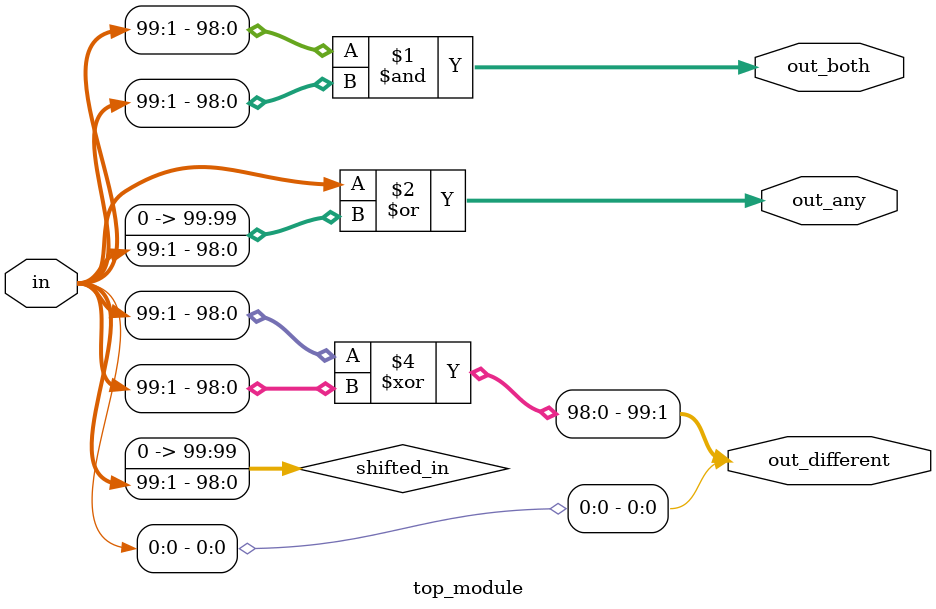
<source format=sv>
module top_module (
	input [99:0] in,
	output [98:0] out_both,
	output [99:0] out_any,
	output [99:0] out_different
);

	// Shift the input signal by one bit to the right
	wire [99:0] shifted_in;
	assign shifted_in = {1'b0, in[99:1]};

	// Generate out_both by performing bit-wise AND operation
	assign out_both = in[99:1] & shifted_in[98:0];

	// Generate out_any by performing bit-wise OR operation
	assign out_any = in | shifted_in;

	// Generate the first bit of out_different
	assign out_different[0] = in[0] ^ shifted_in[99];

	// Generate the rest of out_different by performing bit-wise XOR operation
	assign out_different[99:1] = in[99:1] ^ shifted_in[98:0];

endmodule

</source>
